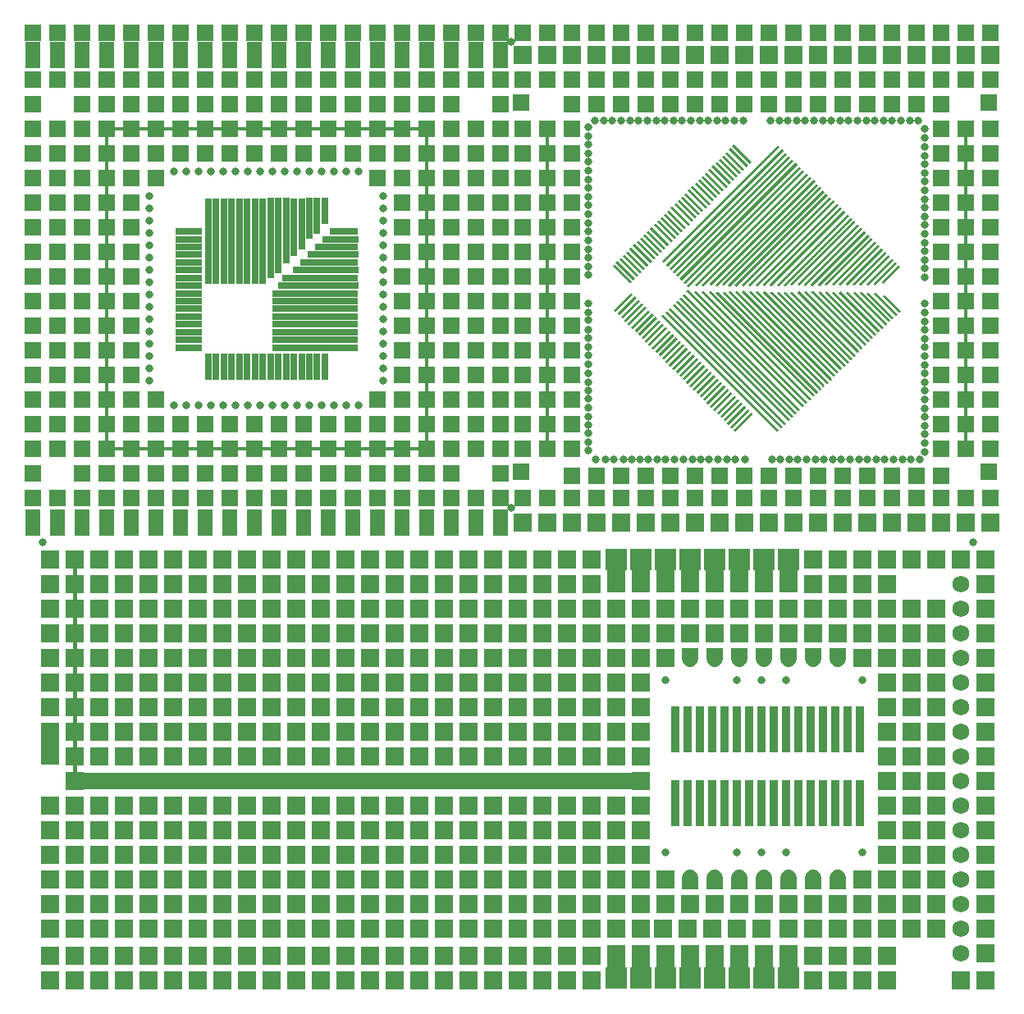
<source format=gts>
G04 ---------------------------- Layer name :TOP SOLDER LAYER*
G04 easyEDA 0.1*
G04 Scale: 100 percent, Rotated: No, Reflected: No *
G04 Dimensions in inches *
G04 leading zeros omitted , absolute positions ,2 integer and 4 * 
%FSLAX24Y24*%
%MOIN*%
G90*
G70D02*

%ADD11C,0.014000*%
%ADD12C,0.017842*%
%ADD13C,0.067842*%
%ADD14R,0.078000X0.078000*%
%ADD15R,0.067842X0.039496*%
%ADD16R,0.078079X0.078079*%
%ADD17R,2.370200X0.065086*%
%ADD18R,0.088000X0.088000*%
%ADD19R,0.078079X0.165480*%
%ADD20C,0.068000*%
%ADD22R,0.034000X0.188000*%
%ADD23R,0.026000X0.106000*%
%ADD24R,0.348000X0.026000*%
%ADD25R,0.026000X0.168000*%
%ADD26R,0.026000X0.208000*%
%ADD27R,0.026000X0.328000*%
%ADD28R,0.026000X0.308000*%
%ADD29R,0.238000X0.026000*%
%ADD30R,0.308000X0.026000*%
%ADD31R,0.148000X0.026000*%
%ADD32R,0.106000X0.026000*%
%ADD33R,0.026000X0.348000*%
%ADD34R,0.026000X0.238000*%
%ADD35R,0.026000X0.268000*%
%ADD36R,0.026000X0.148000*%
%ADD37R,0.208000X0.026000*%
%ADD38R,0.328000X0.026000*%
%ADD39R,0.268000X0.026000*%
%ADD40R,0.178000X0.026000*%
%ADD41R,0.118000X0.026000*%
%ADD42R,0.068000X0.068000*%
%ADD43R,0.063700X0.108300*%
%ADD74R,0.078079X0.106425*%
%ADD75C,0.032000*%
%ADD77C,0.032400*%

%LPD*%
G54D11*
G01X21200Y74300D02*
G01X21200Y61200D01*
G01X38200Y74300D02*
G01X38200Y61350D01*
G54D12*
G01X2000Y47800D02*
G01X2000Y56800D01*
G54D11*
G01X16300Y61300D02*
G01X16300Y74300D01*
G01X16300Y74300D02*
G01X3300Y74300D01*
G01X3300Y74300D02*
G01X3300Y61300D01*
G01X3300Y61300D02*
G01X16300Y61300D01*
G54D13*
G01X27000Y43851D02*
G01X27000Y43748D01*
G01X28000Y43851D02*
G01X28000Y43748D01*
G01X29000Y43851D02*
G01X29000Y43748D01*
G01X30000Y43851D02*
G01X30000Y43748D01*
G01X31000Y43851D02*
G01X31000Y43748D01*
G01X32000Y43851D02*
G01X32000Y43748D01*
G01X33000Y43851D02*
G01X33000Y43748D01*
G01X27000Y52748D02*
G01X27000Y52851D01*
G01X28000Y52748D02*
G01X28000Y52851D01*
G01X29000Y52748D02*
G01X29000Y52851D01*
G01X30000Y52748D02*
G01X30000Y52851D01*
G01X31000Y52748D02*
G01X31000Y52851D01*
G01X32000Y52748D02*
G01X32000Y52851D01*
G01X33000Y52748D02*
G01X33000Y52851D01*
G54D14*
G01X39200Y77300D03*
G01X38200Y77300D03*
G01X37200Y77300D03*
G01X36200Y77300D03*
G01X35200Y77300D03*
G01X34200Y77300D03*
G01X33200Y77300D03*
G01X32200Y77300D03*
G01X31200Y77300D03*
G01X30200Y77300D03*
G01X29200Y77300D03*
G01X28200Y77300D03*
G01X27200Y77300D03*
G01X26200Y77300D03*
G01X25200Y77300D03*
G01X24200Y77300D03*
G01X23200Y77300D03*
G01X22200Y77300D03*
G01X21200Y77300D03*
G01X20200Y77300D03*
G01X39200Y58300D03*
G01X38200Y58300D03*
G01X37200Y58300D03*
G01X36200Y58300D03*
G01X35200Y58300D03*
G01X34200Y58300D03*
G01X33200Y58300D03*
G01X32200Y58300D03*
G01X31200Y58300D03*
G01X30200Y58300D03*
G01X29200Y58300D03*
G01X28200Y58300D03*
G01X27200Y58300D03*
G01X26200Y58300D03*
G01X25200Y58300D03*
G01X24200Y58300D03*
G01X23200Y58300D03*
G01X22200Y58300D03*
G01X21200Y58300D03*
G01X20200Y58300D03*
G54D15*
G01X33000Y53000D03*
G01X32000Y53000D03*
G01X31000Y53000D03*
G01X30000Y53000D03*
G01X29000Y53000D03*
G01X28000Y53000D03*
G01X27000Y53000D03*
G01X27000Y43600D03*
G01X28000Y43600D03*
G01X29000Y43600D03*
G01X30000Y43600D03*
G01X31000Y43600D03*
G01X32000Y43600D03*
G01X33000Y43600D03*
G54D16*
G01X34000Y43800D03*
G54D14*
G01X20000Y51800D03*
G01X20000Y50800D03*
G01X19000Y51800D03*
G01X19000Y50800D03*
G01X18000Y51800D03*
G01X18000Y50800D03*
G01X17000Y51800D03*
G01X17000Y50800D03*
G01X16000Y51800D03*
G01X16000Y50800D03*
G01X15000Y51800D03*
G01X15000Y50800D03*
G01X14000Y51800D03*
G01X14000Y50800D03*
G01X13000Y51800D03*
G01X13000Y50800D03*
G01X12000Y51800D03*
G01X12000Y50800D03*
G01X11000Y51800D03*
G01X11000Y50800D03*
G01X10000Y51800D03*
G01X10000Y50800D03*
G01X9000Y51800D03*
G01X9000Y50800D03*
G01X8000Y51800D03*
G01X8000Y50800D03*
G01X7000Y51800D03*
G01X7000Y50800D03*
G01X6000Y51800D03*
G01X6000Y50800D03*
G01X5000Y51800D03*
G01X5000Y50800D03*
G01X4000Y51800D03*
G01X4000Y50800D03*
G01X3000Y51800D03*
G01X3000Y50800D03*
G01X2000Y51800D03*
G01X2000Y50800D03*
G01X1000Y51800D03*
G01X1000Y50800D03*
G01X20000Y44800D03*
G01X20000Y43800D03*
G01X19000Y44800D03*
G01X19000Y43800D03*
G01X18000Y44800D03*
G01X18000Y43800D03*
G01X17000Y44800D03*
G01X17000Y43800D03*
G01X16000Y44800D03*
G01X16000Y43800D03*
G01X15000Y44800D03*
G01X15000Y43800D03*
G01X14000Y44800D03*
G01X14000Y43800D03*
G01X13000Y44800D03*
G01X13000Y43800D03*
G01X12000Y44800D03*
G01X12000Y43800D03*
G01X11000Y44800D03*
G01X11000Y43800D03*
G01X10000Y44800D03*
G01X10000Y43800D03*
G01X9000Y44800D03*
G01X9000Y43800D03*
G01X8000Y44800D03*
G01X8000Y43800D03*
G01X7000Y44800D03*
G01X7000Y43800D03*
G01X6000Y44800D03*
G01X6000Y43800D03*
G01X5000Y44800D03*
G01X5000Y43800D03*
G01X4000Y44800D03*
G01X4000Y43800D03*
G01X3000Y44800D03*
G01X3000Y43800D03*
G01X2000Y44800D03*
G01X2000Y43800D03*
G01X1000Y44800D03*
G01X1000Y43800D03*
G54D16*
G01X1000Y45800D03*
G54D17*
G01X13500Y47800D03*
G54D16*
G01X1000Y46800D03*
G01X1000Y49800D03*
G01X2000Y49800D03*
G01X2000Y48800D03*
G01X3000Y49800D03*
G01X3000Y48800D03*
G01X4000Y49800D03*
G01X4000Y48800D03*
G01X5000Y49800D03*
G01X5000Y48800D03*
G01X6000Y49800D03*
G01X6000Y48800D03*
G01X7000Y49800D03*
G01X7000Y48800D03*
G01X8000Y49800D03*
G01X8000Y48800D03*
G01X9000Y49800D03*
G01X9000Y48800D03*
G01X10000Y49800D03*
G01X10000Y48800D03*
G01X11000Y49800D03*
G01X11000Y48800D03*
G01X12000Y49800D03*
G01X12000Y48800D03*
G01X13000Y49800D03*
G01X13000Y48800D03*
G01X14000Y49800D03*
G01X14000Y48800D03*
G01X15000Y49800D03*
G01X15000Y48800D03*
G01X16000Y49800D03*
G01X16000Y48800D03*
G01X17000Y49800D03*
G01X17000Y48800D03*
G01X18000Y49800D03*
G01X18000Y48800D03*
G01X2000Y46800D03*
G01X2000Y45800D03*
G01X3000Y46800D03*
G01X3000Y45800D03*
G01X4000Y46800D03*
G01X4000Y45800D03*
G01X5000Y46800D03*
G01X5000Y45800D03*
G01X6000Y46800D03*
G01X6000Y45800D03*
G01X7000Y46800D03*
G01X7000Y45800D03*
G01X8000Y46800D03*
G01X8000Y45800D03*
G01X9000Y46800D03*
G01X9000Y45800D03*
G01X10000Y46800D03*
G01X10000Y45800D03*
G01X11000Y46800D03*
G01X11000Y45800D03*
G01X12000Y46800D03*
G01X12000Y45800D03*
G01X13000Y46800D03*
G01X13000Y45800D03*
G01X14000Y46800D03*
G01X14000Y45800D03*
G01X15000Y46800D03*
G01X15000Y45800D03*
G01X16000Y46800D03*
G01X16000Y45800D03*
G01X17000Y46800D03*
G01X17000Y45800D03*
G01X18000Y46800D03*
G01X18000Y45800D03*
G01X19000Y46800D03*
G01X19000Y45800D03*
G01X19000Y49800D03*
G01X19000Y48800D03*
G01X20000Y49800D03*
G01X20000Y48800D03*
G01X21000Y50800D03*
G01X21000Y49800D03*
G01X22000Y50800D03*
G01X22000Y49800D03*
G01X23000Y50800D03*
G01X23000Y49800D03*
G01X24000Y50800D03*
G01X24000Y49800D03*
G01X20000Y52800D03*
G01X20000Y46800D03*
G01X20000Y45800D03*
G01X21000Y46800D03*
G01X21000Y45800D03*
G01X22000Y46800D03*
G01X22000Y45800D03*
G01X23000Y46800D03*
G01X23000Y45800D03*
G01X24000Y46800D03*
G01X24000Y45800D03*
G01X1000Y41800D03*
G01X1000Y42800D03*
G01X2000Y42800D03*
G01X2000Y41800D03*
G01X3000Y42800D03*
G01X3000Y41800D03*
G01X4000Y42800D03*
G01X4000Y41800D03*
G01X5000Y42800D03*
G01X5000Y41800D03*
G01X6000Y42800D03*
G01X6000Y41800D03*
G01X7000Y42800D03*
G01X7000Y41800D03*
G01X8000Y42800D03*
G01X8000Y41800D03*
G01X9000Y42800D03*
G01X9000Y41800D03*
G01X10000Y42800D03*
G01X10000Y41800D03*
G01X11000Y42800D03*
G01X11000Y41800D03*
G01X12000Y42800D03*
G01X12000Y41800D03*
G01X13000Y42800D03*
G01X13000Y41800D03*
G01X14000Y42800D03*
G01X14000Y41800D03*
G01X15000Y42800D03*
G01X15000Y41800D03*
G01X16000Y42800D03*
G01X16000Y41800D03*
G01X17000Y42800D03*
G01X17000Y41800D03*
G01X18000Y42800D03*
G01X18000Y41800D03*
G01X19000Y42800D03*
G01X19000Y41800D03*
G01X20000Y42800D03*
G01X20000Y41800D03*
G01X21000Y42800D03*
G01X21000Y41800D03*
G01X22000Y42800D03*
G01X22000Y41800D03*
G01X23000Y42800D03*
G01X23000Y41800D03*
G01X24000Y42800D03*
G01X24000Y41800D03*
G01X25000Y42800D03*
G01X25000Y41800D03*
G01X1000Y40700D03*
G01X2000Y39700D03*
G01X3000Y40700D03*
G01X3000Y39700D03*
G01X4000Y40700D03*
G01X4000Y39700D03*
G01X5000Y40700D03*
G01X5000Y39700D03*
G01X6000Y40700D03*
G01X6000Y39700D03*
G01X7000Y40700D03*
G01X7000Y39700D03*
G01X8000Y40700D03*
G01X8000Y39700D03*
G01X9000Y40700D03*
G01X9000Y39700D03*
G01X10000Y40700D03*
G01X10000Y39700D03*
G01X11000Y40700D03*
G01X11000Y39700D03*
G01X12000Y40700D03*
G01X12000Y39700D03*
G01X13000Y40700D03*
G01X13000Y39700D03*
G01X14000Y40700D03*
G01X14000Y39700D03*
G01X15000Y40700D03*
G01X15000Y39700D03*
G01X16000Y40700D03*
G01X16000Y39700D03*
G01X17000Y40700D03*
G01X17000Y39700D03*
G01X18000Y40700D03*
G01X18000Y39700D03*
G01X19000Y40700D03*
G01X19000Y39700D03*
G01X20000Y40700D03*
G01X20000Y39700D03*
G01X21000Y40700D03*
G01X21000Y39700D03*
G01X22000Y40700D03*
G01X22000Y39700D03*
G01X23000Y40700D03*
G01X23000Y39700D03*
G01X1000Y55800D03*
G01X2000Y56800D03*
G01X3000Y56800D03*
G01X3000Y55800D03*
G01X4000Y56800D03*
G01X4000Y55800D03*
G01X5000Y56800D03*
G01X5000Y55800D03*
G01X6000Y56800D03*
G01X6000Y55800D03*
G01X7000Y56800D03*
G01X7000Y55800D03*
G01X8000Y56800D03*
G01X8000Y55800D03*
G01X9000Y56800D03*
G01X9000Y55800D03*
G01X10000Y56800D03*
G01X10000Y55800D03*
G01X11000Y56800D03*
G01X11000Y55800D03*
G01X12000Y56800D03*
G01X12000Y55800D03*
G01X13000Y56800D03*
G01X13000Y55800D03*
G01X14000Y56800D03*
G01X14000Y55800D03*
G01X15000Y56800D03*
G01X15000Y55800D03*
G01X16000Y56800D03*
G01X16000Y55800D03*
G01X17000Y56800D03*
G01X17000Y55800D03*
G01X18000Y56800D03*
G01X18000Y55800D03*
G01X19000Y56800D03*
G01X19000Y55800D03*
G01X20000Y56800D03*
G01X20000Y55800D03*
G01X21000Y56800D03*
G01X21000Y55800D03*
G01X22000Y56800D03*
G01X22000Y55800D03*
G01X23000Y56800D03*
G01X23000Y55800D03*
G01X24000Y56800D03*
G01X25000Y56800D03*
G01X1000Y53800D03*
G01X1000Y54800D03*
G01X2000Y54800D03*
G01X2000Y53800D03*
G01X3000Y54800D03*
G01X3000Y53800D03*
G01X4000Y54800D03*
G01X4000Y53800D03*
G01X5000Y54800D03*
G01X5000Y53800D03*
G01X6000Y54800D03*
G01X6000Y53800D03*
G01X7000Y54800D03*
G01X7000Y53800D03*
G01X8000Y54800D03*
G01X8000Y53800D03*
G01X9000Y54800D03*
G01X9000Y53800D03*
G01X10000Y54800D03*
G01X10000Y53800D03*
G01X11000Y54800D03*
G01X11000Y53800D03*
G01X12000Y54800D03*
G01X12000Y53800D03*
G01X13000Y54800D03*
G01X13000Y53800D03*
G01X14000Y54800D03*
G01X14000Y53800D03*
G01X15000Y54800D03*
G01X15000Y53800D03*
G01X16000Y54800D03*
G01X16000Y53800D03*
G01X17000Y54800D03*
G01X17000Y53800D03*
G01X18000Y54800D03*
G01X18000Y53800D03*
G01X19000Y54800D03*
G01X19000Y53800D03*
G01X20000Y54800D03*
G01X20000Y53800D03*
G01X21000Y54800D03*
G01X21000Y53800D03*
G01X22000Y54800D03*
G01X22000Y53800D03*
G01X23000Y54800D03*
G01X23000Y53800D03*
G01X24000Y54800D03*
G01X24000Y53800D03*
G01X25000Y54800D03*
G01X25000Y53800D03*
G01X21000Y52800D03*
G01X21000Y51800D03*
G01X22000Y52800D03*
G01X22000Y51800D03*
G01X23000Y52800D03*
G01X23000Y51800D03*
G01X24000Y52800D03*
G01X24000Y51800D03*
G01X21000Y44800D03*
G01X21000Y43800D03*
G01X22000Y44800D03*
G01X22000Y43800D03*
G01X23000Y44800D03*
G01X23000Y43800D03*
G01X24000Y44800D03*
G01X24000Y43800D03*
G01X25900Y41800D03*
G01X26900Y41800D03*
G01X27900Y41800D03*
G01X28900Y41800D03*
G01X36000Y48800D03*
G01X29900Y41800D03*
G01X31000Y41800D03*
G01X32000Y41800D03*
G01X33000Y41800D03*
G01X37000Y48800D03*
G01X32000Y40700D03*
G01X32000Y39700D03*
G01X33000Y40700D03*
G01X33000Y39700D03*
G01X34000Y41800D03*
G01X35000Y41800D03*
G01X36000Y41800D03*
G01X37000Y41800D03*
G01X34000Y40700D03*
G01X34000Y39700D03*
G01X35000Y40700D03*
G01X35000Y39700D03*
G01X39000Y40800D03*
G54D18*
G01X24000Y56800D03*
G01X25000Y56800D03*
G01X26000Y56800D03*
G01X27000Y56800D03*
G01X28000Y56800D03*
G01X29000Y56800D03*
G01X30000Y56800D03*
G01X31000Y56800D03*
G01X24000Y39800D03*
G01X25000Y39800D03*
G01X26000Y39800D03*
G01X27000Y39800D03*
G01X28000Y39800D03*
G01X29000Y39800D03*
G01X30000Y39800D03*
G01X31000Y39800D03*
G54D16*
G01X1000Y52800D03*
G01X2000Y52800D03*
G01X3000Y52800D03*
G01X4000Y52800D03*
G01X5000Y52800D03*
G01X6000Y52800D03*
G01X7000Y52800D03*
G01X8000Y52800D03*
G01X9000Y52800D03*
G01X10000Y52800D03*
G01X11000Y52800D03*
G01X12000Y52800D03*
G01X13000Y52800D03*
G01X14000Y52800D03*
G01X15000Y52800D03*
G01X16000Y52800D03*
G01X17000Y52800D03*
G01X18000Y52800D03*
G01X19000Y52800D03*
G01X21000Y48800D03*
G01X22000Y48800D03*
G01X23000Y48800D03*
G01X24000Y48800D03*
G01X35000Y53800D03*
G01X38000Y39700D03*
G01X36000Y43800D03*
G01X36000Y42800D03*
G01X37000Y43800D03*
G01X37000Y42800D03*
G01X26000Y54800D03*
G01X27000Y54800D03*
G01X28000Y54800D03*
G01X29000Y54800D03*
G01X30000Y54800D03*
G01X32000Y55800D03*
G01X33000Y55800D03*
G01X34000Y55800D03*
G01X35000Y55800D03*
G01X31000Y54800D03*
G01X32000Y54800D03*
G01X33000Y54800D03*
G01X34000Y54800D03*
G01X35000Y54800D03*
G01X39000Y55800D03*
G01X37000Y53800D03*
G01X36000Y54800D03*
G01X37000Y54800D03*
G01X39000Y54800D03*
G01X36000Y53800D03*
G01X36000Y52800D03*
G01X37000Y52800D03*
G01X37000Y50800D03*
G01X36000Y51800D03*
G01X37000Y51800D03*
G01X36000Y50800D03*
G01X36000Y47800D03*
G01X37000Y47800D03*
G01X37000Y45800D03*
G01X36000Y46800D03*
G01X37000Y46800D03*
G01X36000Y45800D03*
G01X36000Y49800D03*
G01X37000Y49800D03*
G01X36000Y44800D03*
G01X37000Y44800D03*
G01X35000Y42800D03*
G01X32000Y56800D03*
G01X33000Y56800D03*
G01X34000Y56800D03*
G01X35000Y56800D03*
G01X38000Y56800D03*
G01X2000Y40700D03*
G01X2000Y55800D03*
G01X36000Y56800D03*
G01X37000Y56800D03*
G01X1000Y39700D03*
G01X1000Y56800D03*
G54D19*
G01X1000Y49300D03*
G54D16*
G01X39000Y48800D03*
G01X39000Y41800D03*
G01X39000Y43800D03*
G01X39000Y42800D03*
G01X39000Y51800D03*
G01X39000Y50800D03*
G01X39000Y47800D03*
G01X39000Y46800D03*
G01X39000Y45800D03*
G01X39000Y49800D03*
G01X39000Y44800D03*
G01X39000Y53800D03*
G01X39000Y52800D03*
G54D20*
G01X38007Y40800D03*
G01X38007Y41800D03*
G01X38007Y42800D03*
G01X38007Y43800D03*
G01X38007Y44800D03*
G01X38007Y45800D03*
G01X38007Y46800D03*
G01X38007Y47800D03*
G01X38007Y48800D03*
G01X38007Y49800D03*
G01X38007Y50800D03*
G01X38007Y51800D03*
G01X38007Y52800D03*
G01X38007Y53800D03*
G01X38007Y54800D03*
G01X38007Y55800D03*
G54D22*
G01X33900Y49900D03*
G01X33400Y49900D03*
G01X32900Y49900D03*
G01X32400Y49900D03*
G01X31900Y49900D03*
G01X31400Y49900D03*
G01X30900Y49900D03*
G01X30400Y49900D03*
G01X29900Y49900D03*
G01X29400Y49900D03*
G01X28900Y49900D03*
G01X28400Y49900D03*
G01X27900Y49900D03*
G01X27400Y49900D03*
G01X26900Y49900D03*
G01X26400Y49900D03*
G01X33900Y46900D03*
G01X33400Y46900D03*
G01X32900Y46900D03*
G01X32400Y46900D03*
G01X31900Y46900D03*
G01X31400Y46900D03*
G01X30900Y46900D03*
G01X30400Y46900D03*
G01X29900Y46900D03*
G01X29400Y46900D03*
G01X28900Y46900D03*
G01X28400Y46900D03*
G01X27900Y46900D03*
G01X27400Y46900D03*
G01X26900Y46900D03*
G01X26400Y46900D03*
G54D23*
G01X12160Y64619D03*
G54D24*
G01X11769Y65400D03*
G54D23*
G01X11850Y64619D03*
G54D25*
G01X11539Y70650D03*
G54D26*
G01X11219Y70440D03*
G54D27*
G01X9960Y69850D03*
G54D28*
G01X10269Y69959D03*
G54D29*
G01X12350Y68869D03*
G54D23*
G01X11530Y64619D03*
G01X9639Y64619D03*
G54D24*
G01X11769Y66030D03*
G01X11769Y65719D03*
G54D30*
G01X11980Y68240D03*
G54D23*
G01X9009Y64619D03*
G01X8380Y64619D03*
G54D31*
G01X12800Y69809D03*
G54D23*
G01X7440Y64619D03*
G54D32*
G01X6650Y66350D03*
G01X6650Y67609D03*
G01X6650Y67919D03*
G01X6650Y68240D03*
G01X6650Y68550D03*
G54D33*
G01X9009Y69730D03*
G01X9330Y69730D03*
G01X9639Y69730D03*
G54D24*
G01X11769Y67609D03*
G01X11769Y67290D03*
G01X11769Y66350D03*
G54D23*
G01X11219Y64619D03*
G01X10900Y64619D03*
G01X10589Y64619D03*
G01X10269Y64619D03*
G01X8700Y64619D03*
G54D34*
G01X10910Y70300D03*
G54D35*
G01X10600Y70159D03*
G54D32*
G01X6650Y69180D03*
G01X6650Y66030D03*
G54D24*
G01X11769Y66659D03*
G54D32*
G01X6650Y65400D03*
G01X6650Y69500D03*
G01X6650Y69809D03*
G01X6650Y70130D03*
G54D33*
G01X7440Y69730D03*
G01X7750Y69730D03*
G01X8069Y69730D03*
G01X8380Y69730D03*
G01X8700Y69730D03*
G54D23*
G01X12160Y70950D03*
G54D36*
G01X11850Y70750D03*
G54D23*
G01X7750Y64619D03*
G01X8069Y64619D03*
G54D32*
G01X6650Y68869D03*
G54D24*
G01X11769Y66980D03*
G54D32*
G01X6650Y65719D03*
G01X6650Y66659D03*
G01X6650Y66980D03*
G01X6650Y67290D03*
G54D37*
G01X12489Y69180D03*
G54D23*
G01X9960Y64619D03*
G01X9330Y64619D03*
G54D38*
G01X11889Y67919D03*
G54D39*
G01X12200Y68550D03*
G54D40*
G01X12650Y69490D03*
G54D41*
G01X12950Y70130D03*
G54D42*
G01X14300Y59300D03*
G01X14300Y60300D03*
G01X14300Y61300D03*
G01X14300Y62300D03*
G01X15300Y59300D03*
G01X15300Y60300D03*
G01X15300Y61300D03*
G01X15300Y62300D03*
G01X16300Y59300D03*
G01X16300Y60300D03*
G01X16300Y61300D03*
G01X16300Y62300D03*
G01X17300Y59300D03*
G01X17300Y60300D03*
G01X17300Y61300D03*
G01X17300Y62300D03*
G01X18300Y59300D03*
G01X18300Y61300D03*
G01X18300Y62300D03*
G01X13300Y59300D03*
G01X13300Y60300D03*
G01X13300Y61300D03*
G01X13300Y62300D03*
G01X15300Y63300D03*
G01X16300Y63300D03*
G01X17300Y63300D03*
G01X18300Y63300D03*
G01X15300Y64300D03*
G01X16300Y64300D03*
G01X17300Y64300D03*
G01X18300Y64300D03*
G01X15300Y65300D03*
G01X15300Y66300D03*
G01X15300Y67300D03*
G01X15300Y68300D03*
G01X16300Y65300D03*
G01X16300Y66300D03*
G01X16300Y67300D03*
G01X16300Y68300D03*
G01X17300Y65300D03*
G01X17300Y66300D03*
G01X17300Y67300D03*
G01X17300Y68300D03*
G01X18300Y65300D03*
G01X18300Y66300D03*
G01X18300Y67300D03*
G01X18300Y68300D03*
G01X15300Y69300D03*
G01X16300Y69300D03*
G01X17300Y69300D03*
G01X18300Y69300D03*
G01X15300Y70300D03*
G01X16300Y70300D03*
G01X17300Y70300D03*
G01X18300Y70300D03*
G01X14300Y73300D03*
G01X14300Y74300D03*
G01X15300Y71300D03*
G01X15300Y72300D03*
G01X15300Y73300D03*
G01X15300Y74300D03*
G01X16300Y71300D03*
G01X16300Y72300D03*
G01X16300Y73300D03*
G01X16300Y74300D03*
G01X17300Y71300D03*
G01X17300Y72300D03*
G01X17300Y73300D03*
G01X17300Y74300D03*
G01X18300Y71300D03*
G01X18300Y72300D03*
G01X18300Y73300D03*
G01X18300Y74300D03*
G01X13300Y73300D03*
G01X13300Y74300D03*
G01X14300Y75300D03*
G01X15300Y75300D03*
G01X16300Y75300D03*
G01X17300Y75300D03*
G01X13300Y75300D03*
G01X14300Y76300D03*
G01X15300Y76300D03*
G01X16300Y76300D03*
G01X17300Y76300D03*
G01X18300Y76300D03*
G01X13300Y76300D03*
G01X8300Y59300D03*
G01X8300Y60300D03*
G01X8300Y61300D03*
G01X8300Y62300D03*
G01X9300Y59300D03*
G01X9300Y60300D03*
G01X9300Y61300D03*
G01X9300Y62300D03*
G01X10300Y59300D03*
G01X10300Y60300D03*
G01X10300Y61300D03*
G01X10300Y62300D03*
G01X11300Y59300D03*
G01X11300Y60300D03*
G01X11300Y61300D03*
G01X11300Y62300D03*
G01X12300Y59300D03*
G01X12300Y60300D03*
G01X12300Y61300D03*
G01X12300Y62300D03*
G01X7300Y59300D03*
G01X7300Y60300D03*
G01X7300Y61300D03*
G01X7300Y62300D03*
G01X8300Y73300D03*
G01X8300Y74300D03*
G01X9300Y73300D03*
G01X9300Y74300D03*
G01X10300Y73300D03*
G01X10300Y74300D03*
G01X11300Y73300D03*
G01X11300Y74300D03*
G01X12300Y73300D03*
G01X12300Y74300D03*
G01X7300Y73300D03*
G01X7300Y74300D03*
G01X8300Y75300D03*
G01X9300Y75300D03*
G01X10300Y75300D03*
G01X11300Y75300D03*
G01X12300Y75300D03*
G01X7300Y75300D03*
G01X8300Y76300D03*
G01X9300Y76300D03*
G01X10300Y76300D03*
G01X11300Y76300D03*
G01X12300Y76300D03*
G01X7300Y76300D03*
G01X2300Y59300D03*
G01X2300Y60300D03*
G01X2300Y61300D03*
G01X2300Y62300D03*
G01X3300Y59300D03*
G01X3300Y60300D03*
G01X3300Y61300D03*
G01X3300Y62300D03*
G01X4300Y59300D03*
G01X4300Y60300D03*
G01X4300Y61300D03*
G01X4300Y62300D03*
G01X5300Y59300D03*
G01X5300Y60300D03*
G01X5300Y61300D03*
G01X5300Y62300D03*
G01X6300Y59300D03*
G01X6300Y60300D03*
G01X6300Y61300D03*
G01X6300Y62300D03*
G01X1300Y59300D03*
G01X1300Y61300D03*
G01X1300Y62300D03*
G01X2300Y63300D03*
G01X3300Y63300D03*
G01X4300Y63300D03*
G01X1300Y63300D03*
G01X2300Y64300D03*
G01X3300Y64300D03*
G01X4300Y64300D03*
G01X1300Y64300D03*
G01X2300Y65300D03*
G01X2300Y66300D03*
G01X2300Y67300D03*
G01X2300Y68300D03*
G01X3300Y65300D03*
G01X3300Y66300D03*
G01X3300Y67300D03*
G01X3300Y68300D03*
G01X4300Y65300D03*
G01X4300Y66300D03*
G01X4300Y67300D03*
G01X4300Y68300D03*
G01X1300Y65300D03*
G01X1300Y66300D03*
G01X1300Y67300D03*
G01X1300Y68300D03*
G01X2300Y69300D03*
G01X3300Y69300D03*
G01X4300Y69300D03*
G01X1300Y69300D03*
G01X2300Y70300D03*
G01X3300Y70300D03*
G01X4300Y70300D03*
G01X1300Y70300D03*
G01X2300Y71300D03*
G01X2300Y72300D03*
G01X2300Y73300D03*
G01X2300Y74300D03*
G01X3300Y71300D03*
G01X3300Y72300D03*
G01X3300Y73300D03*
G01X3300Y74300D03*
G01X4300Y71300D03*
G01X4300Y72300D03*
G01X4300Y73300D03*
G01X4300Y74300D03*
G01X5300Y73300D03*
G01X5300Y74300D03*
G01X6300Y73300D03*
G01X6300Y74300D03*
G01X1300Y71300D03*
G01X1300Y72300D03*
G01X1300Y73300D03*
G01X1300Y74300D03*
G01X2300Y75300D03*
G01X3300Y75300D03*
G01X4300Y75300D03*
G01X5300Y75300D03*
G01X6300Y75300D03*
G01X2300Y76300D03*
G01X3300Y76300D03*
G01X4300Y76300D03*
G01X5300Y76300D03*
G01X6300Y76300D03*
G01X1300Y76300D03*
G01X5300Y72300D03*
G01X5300Y63300D03*
G01X14300Y63300D03*
G01X14300Y72300D03*
G01X300Y59300D03*
G01X300Y60300D03*
G01X300Y61300D03*
G01X300Y62300D03*
G01X300Y63300D03*
G01X300Y64300D03*
G01X300Y65300D03*
G01X300Y66300D03*
G01X300Y67300D03*
G01X300Y68300D03*
G01X300Y69300D03*
G01X300Y70300D03*
G01X300Y71300D03*
G01X300Y72300D03*
G01X300Y73300D03*
G01X300Y74300D03*
G01X300Y75300D03*
G01X300Y76300D03*
G01X19300Y59300D03*
G01X19300Y60300D03*
G01X19300Y61300D03*
G01X19300Y62300D03*
G01X19300Y63300D03*
G01X19300Y64300D03*
G01X19300Y65300D03*
G01X19300Y66300D03*
G01X19300Y67300D03*
G01X19300Y68300D03*
G01X19300Y69300D03*
G01X19300Y70300D03*
G01X19300Y71300D03*
G01X19300Y72300D03*
G01X19300Y73300D03*
G01X19300Y74300D03*
G01X19300Y75300D03*
G01X19300Y76300D03*
G54D43*
G01X19300Y77300D03*
G01X18300Y77300D03*
G01X17300Y77300D03*
G01X16300Y77300D03*
G01X15300Y77300D03*
G01X14300Y77300D03*
G01X13300Y77300D03*
G01X12300Y77300D03*
G01X11300Y77300D03*
G01X10300Y77300D03*
G01X9300Y77300D03*
G01X8300Y77300D03*
G01X7300Y77300D03*
G01X6300Y77300D03*
G01X5300Y77300D03*
G01X4300Y77300D03*
G01X3300Y77300D03*
G01X2300Y77300D03*
G01X1300Y77300D03*
G01X300Y77300D03*
G01X19300Y58300D03*
G01X18300Y58300D03*
G01X17300Y58300D03*
G01X16300Y58300D03*
G01X15300Y58300D03*
G01X14300Y58300D03*
G01X13300Y58300D03*
G01X12300Y58300D03*
G01X11300Y58300D03*
G01X10300Y58300D03*
G01X9300Y58300D03*
G01X8300Y58300D03*
G01X7300Y58300D03*
G01X6300Y58300D03*
G01X5300Y58300D03*
G01X4300Y58300D03*
G01X3300Y58300D03*
G01X2300Y58300D03*
G01X1300Y58300D03*
G01X300Y58300D03*
G54D42*
G01X14300Y78200D03*
G01X15300Y78200D03*
G01X16300Y78200D03*
G01X17300Y78200D03*
G01X18300Y78200D03*
G01X13300Y78200D03*
G01X8300Y78200D03*
G01X9300Y78200D03*
G01X10300Y78200D03*
G01X11300Y78200D03*
G01X12300Y78200D03*
G01X7300Y78200D03*
G01X2300Y78200D03*
G01X3300Y78200D03*
G01X4300Y78200D03*
G01X5300Y78200D03*
G01X6300Y78200D03*
G01X1300Y78200D03*
G01X300Y78200D03*
G01X19300Y78200D03*
G01X20200Y76300D03*
G01X21200Y76300D03*
G01X22200Y76300D03*
G01X23200Y76300D03*
G01X24200Y76300D03*
G01X25200Y76300D03*
G01X26200Y76300D03*
G01X27200Y76300D03*
G01X28200Y76300D03*
G01X29200Y76300D03*
G01X30200Y76300D03*
G01X31200Y76300D03*
G01X32200Y76300D03*
G01X33200Y76300D03*
G01X34200Y76300D03*
G01X35200Y76300D03*
G01X36200Y76300D03*
G01X37200Y76300D03*
G01X38200Y76300D03*
G01X39200Y76300D03*
G01X22200Y75300D03*
G01X23200Y75300D03*
G01X24200Y75300D03*
G01X25200Y75300D03*
G01X26200Y75300D03*
G01X27200Y75300D03*
G01X28200Y75300D03*
G01X29200Y75300D03*
G01X30200Y75300D03*
G01X31200Y75300D03*
G01X32200Y75300D03*
G01X33200Y75300D03*
G01X34200Y75300D03*
G01X35200Y75300D03*
G01X36200Y75300D03*
G01X37200Y75300D03*
G01X20200Y74300D03*
G01X21200Y74300D03*
G01X37200Y74300D03*
G01X38200Y74300D03*
G01X39200Y74300D03*
G01X20200Y73300D03*
G01X21200Y73300D03*
G01X37200Y73300D03*
G01X38200Y73300D03*
G01X39200Y73300D03*
G01X20200Y72300D03*
G01X21200Y72300D03*
G01X37200Y72300D03*
G01X38200Y72300D03*
G01X39200Y72300D03*
G01X20200Y71300D03*
G01X21200Y71300D03*
G01X37200Y71300D03*
G01X38200Y71300D03*
G01X39200Y71300D03*
G01X20200Y70300D03*
G01X21200Y70300D03*
G01X37200Y70300D03*
G01X38200Y70300D03*
G01X39200Y70300D03*
G01X20200Y69300D03*
G01X21200Y69300D03*
G01X37200Y69300D03*
G01X38200Y69300D03*
G01X39200Y69300D03*
G01X20200Y68300D03*
G01X21200Y68300D03*
G01X37200Y68300D03*
G01X38200Y68300D03*
G01X39200Y68300D03*
G01X20200Y67300D03*
G01X21200Y67300D03*
G01X37200Y67300D03*
G01X38200Y67300D03*
G01X39200Y67300D03*
G01X20200Y66300D03*
G01X21200Y66300D03*
G01X37200Y66300D03*
G01X38200Y66300D03*
G01X39200Y66300D03*
G01X20200Y65300D03*
G01X21200Y65300D03*
G01X37200Y65300D03*
G01X38200Y65300D03*
G01X39200Y65300D03*
G01X20200Y64300D03*
G01X21200Y64300D03*
G01X37200Y64300D03*
G01X38200Y64300D03*
G01X39200Y64300D03*
G01X20200Y63300D03*
G01X21200Y63300D03*
G01X37200Y63300D03*
G01X38200Y63300D03*
G01X39200Y63300D03*
G01X20200Y62300D03*
G01X21200Y62300D03*
G01X37200Y62300D03*
G01X38200Y62300D03*
G01X39200Y62300D03*
G01X20200Y61300D03*
G01X21200Y61300D03*
G01X37200Y61300D03*
G01X38200Y61300D03*
G01X39200Y61300D03*
G01X22200Y59300D03*
G01X23200Y60200D03*
G01X24200Y60200D03*
G01X25200Y60200D03*
G01X26200Y60200D03*
G01X27200Y60200D03*
G01X28200Y60200D03*
G01X29200Y60200D03*
G01X30200Y60200D03*
G01X31200Y60200D03*
G01X32200Y60200D03*
G01X33200Y60200D03*
G01X34200Y60200D03*
G01X35200Y60200D03*
G01X36200Y60200D03*
G01X37200Y60200D03*
G01X20200Y59300D03*
G01X21200Y59300D03*
G01X22200Y60200D03*
G01X23200Y59300D03*
G01X24200Y59300D03*
G01X25200Y59300D03*
G01X26200Y59300D03*
G01X27200Y59300D03*
G01X28200Y59300D03*
G01X29200Y59300D03*
G01X30200Y59300D03*
G01X31200Y59300D03*
G01X32200Y59300D03*
G01X33200Y59300D03*
G01X34200Y59300D03*
G01X35200Y59300D03*
G01X36200Y59300D03*
G01X37200Y59300D03*
G01X38200Y59300D03*
G01X39200Y59300D03*
G01X22200Y74300D03*
G01X22200Y73300D03*
G01X22200Y72300D03*
G01X22200Y71300D03*
G01X22200Y70300D03*
G01X22200Y69300D03*
G01X22200Y68300D03*
G01X22200Y67300D03*
G01X22200Y66300D03*
G01X22200Y65300D03*
G01X22200Y64300D03*
G01X22200Y63300D03*
G01X22200Y62300D03*
G01X22200Y61300D03*
G01X20152Y60350D03*
G36*
G01X28836Y67650D02*
G01X28906Y67721D01*
G01X32626Y64001D01*
G01X32555Y63931D01*
G01X28836Y67650D01*
G37*
G36*
G01X29960Y67643D02*
G01X30031Y67714D01*
G01X33184Y64560D01*
G01X33114Y64489D01*
G01X29960Y67643D01*
G37*
G36*
G01X30243Y67629D02*
G01X30314Y67700D01*
G01X33326Y64687D01*
G01X33255Y64617D01*
G01X30243Y67629D01*
G37*
G36*
G01X31077Y67629D02*
G01X31148Y67700D01*
G01X33736Y65111D01*
G01X33665Y65041D01*
G01X31077Y67629D01*
G37*
G36*
G01X31427Y72773D02*
G01X31498Y72702D01*
G01X26796Y68000D01*
G01X26725Y68071D01*
G01X31427Y72773D01*
G37*
G36*
G01X30526Y67629D02*
G01X30596Y67700D01*
G01X33467Y64829D01*
G01X33397Y64758D01*
G01X30526Y67629D01*
G37*
G36*
G01X30589Y67890D02*
G01X30519Y67961D01*
G01X33389Y70832D01*
G01X33460Y70761D01*
G01X30589Y67890D01*
G37*
G36*
G01X30579Y73621D02*
G01X30649Y73551D01*
G01X25947Y68848D01*
G01X25876Y68919D01*
G01X30579Y73621D01*
G37*
G36*
G01X30720Y73480D02*
G01X30791Y73409D01*
G01X26089Y68707D01*
G01X26018Y68778D01*
G01X30720Y73480D01*
G37*
G36*
G01X30861Y73339D02*
G01X30932Y73268D01*
G01X26230Y68566D01*
G01X26159Y68636D01*
G01X30861Y73339D01*
G37*
G36*
G01X31003Y73197D02*
G01X31074Y73127D01*
G01X26371Y68424D01*
G01X26301Y68495D01*
G01X31003Y73197D01*
G37*
G36*
G01X31286Y72914D02*
G01X31356Y72844D01*
G01X26654Y68141D01*
G01X26584Y68212D01*
G01X31286Y72914D01*
G37*
G36*
G01X31862Y72359D02*
G01X31933Y72289D01*
G01X27549Y67905D01*
G01X27478Y67975D01*
G01X31862Y72359D01*
G37*
G36*
G01X32025Y72225D02*
G01X32095Y72154D01*
G01X27853Y67912D01*
G01X27782Y67982D01*
G01X32025Y72225D01*
G37*
G36*
G01X32127Y72073D02*
G01X32198Y72002D01*
G01X28090Y67894D01*
G01X28019Y67965D01*
G01X32127Y72073D01*
G37*
G36*
G01X28040Y67639D02*
G01X28111Y67710D01*
G01X32219Y63602D01*
G01X32148Y63531D01*
G01X28040Y67639D01*
G37*
G36*
G01X27761Y67664D02*
G01X27832Y67735D01*
G01X32074Y63492D01*
G01X32003Y63421D01*
G01X27761Y67664D01*
G37*
G36*
G01X27478Y67650D02*
G01X27549Y67721D01*
G01X31933Y63337D01*
G01X31862Y63266D01*
G01X27478Y67650D01*
G37*
G36*
G01X27174Y67657D02*
G01X27245Y67728D01*
G01X31770Y63202D01*
G01X31700Y63132D01*
G01X27174Y67657D01*
G37*
G36*
G01X26852Y67682D02*
G01X26923Y67753D01*
G01X31625Y63050D01*
G01X31555Y62980D01*
G01X26852Y67682D01*
G37*
G36*
G01X26711Y67540D02*
G01X26781Y67611D01*
G01X31484Y62909D01*
G01X31413Y62838D01*
G01X26711Y67540D01*
G37*
G36*
G01X26569Y67399D02*
G01X26640Y67470D01*
G01X31342Y62767D01*
G01X31272Y62697D01*
G01X26569Y67399D01*
G37*
G36*
G01X26428Y67258D02*
G01X26499Y67328D01*
G01X31201Y62626D01*
G01X31130Y62555D01*
G01X26428Y67258D01*
G37*
G36*
G01X26287Y67116D02*
G01X26357Y67187D01*
G01X31060Y62484D01*
G01X30989Y62414D01*
G01X26287Y67116D01*
G37*
G36*
G01X26145Y66975D02*
G01X26216Y67045D01*
G01X30918Y62343D01*
G01X30847Y62272D01*
G01X26145Y66975D01*
G37*
G36*
G01X25841Y66685D02*
G01X25912Y66756D01*
G01X30614Y62053D01*
G01X30543Y61982D01*
G01X25841Y66685D01*
G37*
G36*
G01X31728Y72494D02*
G01X31798Y72423D01*
G01X27273Y67897D01*
G01X27202Y67968D01*
G01X31728Y72494D01*
G37*
G36*
G01X31569Y72632D02*
G01X31639Y72561D01*
G01X26937Y67859D01*
G01X26866Y67929D01*
G01X31569Y72632D01*
G37*
G36*
G01X28319Y67629D02*
G01X28390Y67700D01*
G01X32350Y63740D01*
G01X32279Y63669D01*
G01X28319Y67629D01*
G37*
G36*
G01X30801Y67622D02*
G01X30872Y67692D01*
G01X33602Y64963D01*
G01X33531Y64892D01*
G01X30801Y67622D01*
G37*
G36*
G01X31360Y67643D02*
G01X31431Y67714D01*
G01X33877Y65267D01*
G01X33807Y65196D01*
G01X31360Y67643D01*
G37*
G36*
G01X31622Y67650D02*
G01X31692Y67721D01*
G01X34012Y65401D01*
G01X33941Y65331D01*
G01X31622Y67650D01*
G37*
G36*
G01X31692Y67905D02*
G01X31622Y67975D01*
G01X33941Y70294D01*
G01X34012Y70224D01*
G01X31692Y67905D01*
G37*
G36*
G01X31431Y67912D02*
G01X31360Y67982D01*
G01X33807Y70429D01*
G01X33877Y70358D01*
G01X31431Y67912D01*
G37*
G36*
G01X31148Y67912D02*
G01X31077Y67982D01*
G01X33665Y70570D01*
G01X33736Y70500D01*
G01X31148Y67912D01*
G37*
G36*
G01X30872Y67905D02*
G01X30801Y67975D01*
G01X33531Y70705D01*
G01X33602Y70634D01*
G01X30872Y67905D01*
G37*
G36*
G01X30299Y67897D02*
G01X30229Y67968D01*
G01X33241Y70980D01*
G01X33312Y70910D01*
G01X30299Y67897D01*
G37*
G36*
G01X30031Y67897D02*
G01X29960Y67968D01*
G01X33114Y71122D01*
G01X33184Y71051D01*
G01X30031Y67897D01*
G37*
G36*
G01X29748Y67883D02*
G01X29677Y67954D01*
G01X32972Y71249D01*
G01X33043Y71178D01*
G01X29748Y67883D01*
G37*
G36*
G01X29451Y67883D02*
G01X29380Y67954D01*
G01X32817Y71391D01*
G01X32887Y71320D01*
G01X29451Y67883D01*
G37*
G36*
G01X29161Y67890D02*
G01X29090Y67961D01*
G01X32668Y71539D01*
G01X32739Y71468D01*
G01X29161Y67890D01*
G37*
G36*
G01X28878Y67876D02*
G01X28807Y67947D01*
G01X32527Y71666D01*
G01X32597Y71596D01*
G01X28878Y67876D01*
G37*
G36*
G01X28609Y67876D02*
G01X28539Y67947D01*
G01X32400Y71808D01*
G01X32470Y71737D01*
G01X28609Y67876D01*
G37*
G36*
G01X28383Y67919D02*
G01X28312Y67989D01*
G01X32272Y71949D01*
G01X32343Y71879D01*
G01X28383Y67919D01*
G37*
G36*
G01X24402Y69269D02*
G01X24473Y69340D01*
G01X25180Y68633D01*
G01X25109Y68562D01*
G01X24402Y69269D01*
G37*
G36*
G01X24268Y69135D02*
G01X24339Y69206D01*
G01X25046Y68498D01*
G01X24975Y68428D01*
G01X24268Y69135D01*
G37*
G36*
G01X24536Y66307D02*
G01X24466Y66377D01*
G01X25173Y67084D01*
G01X25244Y67014D01*
G01X24536Y66307D01*
G37*
G36*
G01X24819Y66024D02*
G01X24749Y66094D01*
G01X25456Y66801D01*
G01X25526Y66731D01*
G01X24819Y66024D01*
G37*
G36*
G01X24954Y65889D02*
G01X24883Y65960D01*
G01X25590Y66667D01*
G01X25661Y66596D01*
G01X24954Y65889D01*
G37*
G36*
G01X28164Y73031D02*
G01X28235Y73102D01*
G01X28942Y72395D01*
G01X28871Y72324D01*
G01X28164Y73031D01*
G37*
G36*
G01X28022Y72890D02*
G01X28093Y72960D01*
G01X28800Y72253D01*
G01X28730Y72183D01*
G01X28022Y72890D01*
G37*
G36*
G01X27881Y72748D02*
G01X27952Y72819D01*
G01X28659Y72112D01*
G01X28588Y72041D01*
G01X27881Y72748D01*
G37*
G36*
G01X27747Y72614D02*
G01X27817Y72685D01*
G01X28525Y71978D01*
G01X28454Y71907D01*
G01X27747Y72614D01*
G37*
G36*
G01X27605Y72472D02*
G01X27676Y72543D01*
G01X28383Y71836D01*
G01X28312Y71765D01*
G01X27605Y72472D01*
G37*
G36*
G01X27464Y72331D02*
G01X27535Y72402D01*
G01X28242Y71695D01*
G01X28171Y71624D01*
G01X27464Y72331D01*
G37*
G36*
G01X27330Y72197D02*
G01X27400Y72267D01*
G01X28107Y71560D01*
G01X28037Y71490D01*
G01X27330Y72197D01*
G37*
G36*
G01X27047Y71914D02*
G01X27117Y71984D01*
G01X27825Y71277D01*
G01X27754Y71207D01*
G01X27047Y71914D01*
G37*
G36*
G01X26912Y71780D02*
G01X26983Y71850D01*
G01X27690Y71143D01*
G01X27619Y71072D01*
G01X26912Y71780D01*
G37*
G36*
G01X26771Y71638D02*
G01X26842Y71709D01*
G01X27549Y71002D01*
G01X27478Y70931D01*
G01X26771Y71638D01*
G37*
G36*
G01X25371Y65472D02*
G01X25300Y65543D01*
G01X26007Y66250D01*
G01X26078Y66179D01*
G01X25371Y65472D01*
G37*
G36*
G01X26764Y64079D02*
G01X26693Y64150D01*
G01X27400Y64857D01*
G01X27471Y64786D01*
G01X26764Y64079D01*
G37*
G36*
G01X25936Y70804D02*
G01X26007Y70874D01*
G01X26714Y70167D01*
G01X26644Y70097D01*
G01X25936Y70804D01*
G37*
G36*
G01X26212Y71079D02*
G01X26283Y71150D01*
G01X26990Y70443D01*
G01X26919Y70372D01*
G01X26212Y71079D01*
G37*
G36*
G01X24678Y66165D02*
G01X24607Y66236D01*
G01X25314Y66943D01*
G01X25385Y66872D01*
G01X24678Y66165D01*
G37*
G36*
G01X25102Y69969D02*
G01X25173Y70040D01*
G01X25880Y69333D01*
G01X25809Y69262D01*
G01X25102Y69969D01*
G37*
G36*
G01X26630Y71497D02*
G01X26700Y71567D01*
G01X27407Y70860D01*
G01X27337Y70790D01*
G01X26630Y71497D01*
G37*
G36*
G01X27188Y72055D02*
G01X27259Y72126D01*
G01X27966Y71419D01*
G01X27895Y71348D01*
G01X27188Y72055D01*
G37*
G36*
G01X32548Y67912D02*
G01X32477Y67982D01*
G01X34358Y69863D01*
G01X34429Y69792D01*
G01X32548Y67912D01*
G37*
G36*
G01X33899Y67622D02*
G01X33969Y67692D01*
G01X35143Y66519D01*
G01X35072Y66448D01*
G01X33899Y67622D01*
G37*
G36*
G01X26347Y64496D02*
G01X26276Y64567D01*
G01X26983Y65274D01*
G01X27054Y65203D01*
G01X26347Y64496D01*
G37*
G36*
G01X33050Y67636D02*
G01X33121Y67707D01*
G01X34719Y66109D01*
G01X34648Y66038D01*
G01X33050Y67636D01*
G37*
G36*
G01X26205Y64638D02*
G01X26135Y64708D01*
G01X26842Y65415D01*
G01X26912Y65345D01*
G01X26205Y64638D01*
G37*
G36*
G01X28157Y62686D02*
G01X28086Y62757D01*
G01X28793Y63464D01*
G01X28864Y63393D01*
G01X28157Y62686D01*
G37*
G36*
G01X25654Y65189D02*
G01X25583Y65260D01*
G01X26290Y65967D01*
G01X26361Y65896D01*
G01X25654Y65189D01*
G37*
G36*
G01X27598Y63245D02*
G01X27527Y63315D01*
G01X28235Y64023D01*
G01X28305Y63952D01*
G01X27598Y63245D01*
G37*
G36*
G01X27047Y63796D02*
G01X26976Y63867D01*
G01X27683Y64574D01*
G01X27754Y64503D01*
G01X27047Y63796D01*
G37*
G36*
G01X27322Y63521D02*
G01X27252Y63591D01*
G01X27959Y64298D01*
G01X28030Y64228D01*
G01X27322Y63521D01*
G37*
G36*
G01X32767Y67622D02*
G01X32838Y67692D01*
G01X34577Y65953D01*
G01X34507Y65882D01*
G01X32767Y67622D01*
G37*
G36*
G01X26905Y63938D02*
G01X26835Y64008D01*
G01X27542Y64715D01*
G01X27612Y64645D01*
G01X26905Y63938D01*
G37*
G36*
G01X31968Y67897D02*
G01X31897Y67968D01*
G01X34075Y70146D01*
G01X34146Y70075D01*
G01X31968Y67897D01*
G37*
G36*
G01X25236Y65606D02*
G01X25166Y65677D01*
G01X25873Y66384D01*
G01X25944Y66313D01*
G01X25236Y65606D01*
G37*
G36*
G01X25095Y65748D02*
G01X25024Y65819D01*
G01X25731Y66526D01*
G01X25802Y66455D01*
G01X25095Y65748D01*
G37*
G36*
G01X24543Y69411D02*
G01X24614Y69481D01*
G01X25321Y68774D01*
G01X25251Y68704D01*
G01X24543Y69411D01*
G37*
G36*
G01X24685Y69552D02*
G01X24756Y69623D01*
G01X25463Y68916D01*
G01X25392Y68845D01*
G01X24685Y69552D01*
G37*
G36*
G01X24819Y69686D02*
G01X24890Y69757D01*
G01X25597Y69050D01*
G01X25526Y68979D01*
G01X24819Y69686D01*
G37*
G36*
G01X24961Y69828D02*
G01X25031Y69899D01*
G01X25739Y69192D01*
G01X25668Y69121D01*
G01X24961Y69828D01*
G37*
G36*
G01X25236Y70104D02*
G01X25307Y70174D01*
G01X26014Y69467D01*
G01X25944Y69396D01*
G01X25236Y70104D01*
G37*
G36*
G01X25378Y70245D02*
G01X25449Y70316D01*
G01X26156Y69609D01*
G01X26085Y69538D01*
G01X25378Y70245D01*
G37*
G36*
G01X25519Y70386D02*
G01X25590Y70457D01*
G01X26297Y69750D01*
G01X26226Y69679D01*
G01X25519Y70386D01*
G37*
G36*
G01X25654Y70521D02*
G01X25724Y70592D01*
G01X26431Y69884D01*
G01X26361Y69814D01*
G01X25654Y70521D01*
G37*
G36*
G01X26488Y71355D02*
G01X26559Y71426D01*
G01X27266Y70719D01*
G01X27195Y70648D01*
G01X26488Y71355D01*
G37*
G36*
G01X33623Y67615D02*
G01X33693Y67685D01*
G01X35009Y66370D01*
G01X34938Y66299D01*
G01X33623Y67615D01*
G37*
G36*
G01X24126Y68994D02*
G01X24197Y69064D01*
G01X24904Y68357D01*
G01X24833Y68286D01*
G01X24126Y68994D01*
G37*
G36*
G01X26071Y64772D02*
G01X26000Y64843D01*
G01X26707Y65550D01*
G01X26778Y65479D01*
G01X26071Y64772D01*
G37*
G36*
G01X28298Y73165D02*
G01X28369Y73236D01*
G01X29076Y72529D01*
G01X29005Y72458D01*
G01X28298Y73165D01*
G37*
G36*
G01X33389Y67919D02*
G01X33319Y67989D01*
G01X34775Y69446D01*
G01X34846Y69375D01*
G01X33389Y67919D01*
G37*
G36*
G01X33672Y67919D02*
G01X33602Y67989D01*
G01X34917Y69305D01*
G01X34988Y69234D01*
G01X33672Y67919D01*
G37*
G36*
G01X25795Y70662D02*
G01X25866Y70733D01*
G01X26573Y70026D01*
G01X26502Y69955D01*
G01X25795Y70662D01*
G37*
G36*
G01X24402Y66441D02*
G01X24331Y66511D01*
G01X25039Y67219D01*
G01X25109Y67148D01*
G01X24402Y66441D01*
G37*
G36*
G01X28015Y62828D02*
G01X27945Y62898D01*
G01X28652Y63605D01*
G01X28722Y63535D01*
G01X28015Y62828D01*
G37*
G36*
G01X28433Y62410D02*
G01X28362Y62481D01*
G01X29069Y63188D01*
G01X29140Y63117D01*
G01X28433Y62410D01*
G37*
G36*
G01X34231Y67926D02*
G01X34160Y67996D01*
G01X35193Y69029D01*
G01X35263Y68958D01*
G01X34231Y67926D01*
G37*
G36*
G01X28298Y62545D02*
G01X28228Y62615D01*
G01X28935Y63323D01*
G01X29005Y63252D01*
G01X28298Y62545D01*
G37*
G36*
G01X32477Y67629D02*
G01X32548Y67700D01*
G01X34429Y65819D01*
G01X34358Y65748D01*
G01X32477Y67629D01*
G37*
G36*
G01X33100Y67912D02*
G01X33029Y67982D01*
G01X34627Y69580D01*
G01X34698Y69510D01*
G01X33100Y67912D01*
G37*
G36*
G01X28440Y73307D02*
G01X28510Y73378D01*
G01X29218Y72670D01*
G01X29147Y72600D01*
G01X28440Y73307D01*
G37*
G36*
G01X26071Y70938D02*
G01X26142Y71009D01*
G01X26849Y70302D01*
G01X26778Y70231D01*
G01X26071Y70938D01*
G37*
G36*
G01X24261Y66582D02*
G01X24190Y66653D01*
G01X24897Y67360D01*
G01X24968Y67289D01*
G01X24261Y66582D01*
G37*
G36*
G01X25788Y65055D02*
G01X25717Y65126D01*
G01X26424Y65833D01*
G01X26495Y65762D01*
G01X25788Y65055D01*
G37*
G36*
G01X33948Y67926D02*
G01X33877Y67996D01*
G01X35051Y69170D01*
G01X35122Y69100D01*
G01X33948Y67926D01*
G37*
G36*
G01X34174Y67601D02*
G01X34245Y67671D01*
G01X35277Y66639D01*
G01X35207Y66568D01*
G01X34174Y67601D01*
G37*
G36*
G01X28574Y62269D02*
G01X28503Y62340D01*
G01X29210Y63047D01*
G01X29281Y62976D01*
G01X28574Y62269D01*
G37*
G36*
G01X27464Y63379D02*
G01X27393Y63450D01*
G01X28100Y64157D01*
G01X28171Y64086D01*
G01X27464Y63379D01*
G37*
G36*
G01X27181Y63662D02*
G01X27110Y63733D01*
G01X27817Y64440D01*
G01X27888Y64369D01*
G01X27181Y63662D01*
G37*
G36*
G01X26488Y64355D02*
G01X26417Y64426D01*
G01X27125Y65133D01*
G01X27195Y65062D01*
G01X26488Y64355D01*
G37*
G36*
G01X24119Y66724D02*
G01X24049Y66794D01*
G01X24756Y67502D01*
G01X24826Y67431D01*
G01X24119Y66724D01*
G37*
G36*
G01X25512Y65331D02*
G01X25442Y65401D01*
G01X26149Y66109D01*
G01X26219Y66038D01*
G01X25512Y65331D01*
G37*
G36*
G01X25930Y64913D02*
G01X25859Y64984D01*
G01X26566Y65691D01*
G01X26637Y65621D01*
G01X25930Y64913D01*
G37*
G36*
G01X27740Y63103D02*
G01X27669Y63174D01*
G01X28376Y63881D01*
G01X28447Y63810D01*
G01X27740Y63103D01*
G37*
G36*
G01X27881Y62962D02*
G01X27810Y63033D01*
G01X28518Y63740D01*
G01X28588Y63669D01*
G01X27881Y62962D01*
G37*
G36*
G01X28715Y62128D02*
G01X28645Y62198D01*
G01X29352Y62905D01*
G01X29423Y62835D01*
G01X28715Y62128D01*
G37*
G36*
G01X28850Y61993D02*
G01X28779Y62064D01*
G01X29486Y62771D01*
G01X29557Y62700D01*
G01X28850Y61993D01*
G37*
G36*
G01X32202Y67636D02*
G01X32272Y67707D01*
G01X34294Y65684D01*
G01X34224Y65613D01*
G01X32202Y67636D01*
G37*
G36*
G01X33340Y67615D02*
G01X33411Y67685D01*
G01X34867Y66229D01*
G01X34797Y66158D01*
G01X33340Y67615D01*
G37*
G36*
G01X34464Y67593D02*
G01X34535Y67664D01*
G01X35426Y66773D01*
G01X35355Y66702D01*
G01X34464Y67593D01*
G37*
G36*
G01X34821Y67505D02*
G01X34892Y67576D01*
G01X35564Y66904D01*
G01X35493Y66833D01*
G01X34821Y67505D01*
G37*
G36*
G01X34878Y68007D02*
G01X34807Y68078D01*
G01X35479Y68750D01*
G01X35550Y68679D01*
G01X34878Y68007D01*
G37*
G36*
G01X34521Y67933D02*
G01X34450Y68004D01*
G01X35341Y68894D01*
G01X35412Y68824D01*
G01X34521Y67933D01*
G37*
G36*
G01X32831Y67912D02*
G01X32760Y67982D01*
G01X34500Y69722D01*
G01X34570Y69651D01*
G01X32831Y67912D01*
G37*
G36*
G01X32265Y67897D02*
G01X32194Y67968D01*
G01X34217Y69990D01*
G01X34288Y69920D01*
G01X32265Y67897D01*
G37*
G36*
G01X28715Y73583D02*
G01X28786Y73653D01*
G01X29493Y72946D01*
G01X29423Y72876D01*
G01X28715Y73583D01*
G37*
G36*
G01X28581Y73448D02*
G01X28652Y73519D01*
G01X29359Y72812D01*
G01X29288Y72741D01*
G01X28581Y73448D01*
G37*
G36*
G01X26354Y71221D02*
G01X26424Y71292D01*
G01X27131Y70584D01*
G01X27061Y70514D01*
G01X26354Y71221D01*
G37*
G36*
G01X23985Y68852D02*
G01X24056Y68923D01*
G01X24763Y68216D01*
G01X24692Y68145D01*
G01X23985Y68852D01*
G37*
G36*
G01X23858Y68739D02*
G01X23928Y68810D01*
G01X24635Y68103D01*
G01X24565Y68032D01*
G01X23858Y68739D01*
G37*
G36*
G01X26630Y64213D02*
G01X26559Y64284D01*
G01X27266Y64991D01*
G01X27337Y64921D01*
G01X26630Y64213D01*
G37*
G36*
G01X25997Y66826D02*
G01X26067Y66897D01*
G01X30770Y62195D01*
G01X30699Y62124D01*
G01X25997Y66826D01*
G37*
G36*
G01X29401Y67650D02*
G01X29472Y67721D01*
G01X32909Y64284D01*
G01X32838Y64213D01*
G01X29401Y67650D01*
G37*
G36*
G01X29118Y67650D02*
G01X29189Y67721D01*
G01X32767Y64143D01*
G01X32697Y64072D01*
G01X29118Y67650D01*
G37*
G36*
G01X31912Y67657D02*
G01X31982Y67728D01*
G01X34160Y65550D01*
G01X34089Y65479D01*
G01X31912Y67657D01*
G37*
G36*
G01X31144Y73056D02*
G01X31215Y72985D01*
G01X26513Y68283D01*
G01X26442Y68354D01*
G01X31144Y73056D01*
G37*
G36*
G01X23978Y66865D02*
G01X23907Y66936D01*
G01X24614Y67643D01*
G01X24685Y67572D01*
G01X23978Y66865D01*
G37*
G36*
G01X28553Y67664D02*
G01X28623Y67735D01*
G01X32484Y63874D01*
G01X32414Y63803D01*
G01X28553Y67664D01*
G37*
G36*
G01X29677Y67657D02*
G01X29748Y67728D01*
G01X33043Y64433D01*
G01X32972Y64362D01*
G01X29677Y67657D01*
G37*
G01X39152Y75350D03*
G01X39152Y60350D03*
G01X20152Y75350D03*
G01X34200Y78200D03*
G01X35200Y78200D03*
G01X36200Y78200D03*
G01X37200Y78200D03*
G01X38200Y78200D03*
G01X33200Y78200D03*
G01X28200Y78200D03*
G01X29200Y78200D03*
G01X30200Y78200D03*
G01X31200Y78200D03*
G01X32200Y78200D03*
G01X27200Y78200D03*
G01X22200Y78200D03*
G01X23200Y78200D03*
G01X24200Y78200D03*
G01X25200Y78200D03*
G01X26200Y78200D03*
G01X21200Y78200D03*
G01X20200Y78200D03*
G01X39200Y78200D03*
G54D16*
G01X26000Y53800D03*
G01X27000Y53800D03*
G01X28000Y53800D03*
G01X29000Y53800D03*
G01X30000Y53800D03*
G01X31000Y53800D03*
G01X32000Y53800D03*
G01X33000Y53800D03*
G01X34000Y53800D03*
G01X26000Y52800D03*
G01X34000Y52800D03*
G01X26000Y42800D03*
G01X27000Y42800D03*
G01X28000Y42800D03*
G01X29000Y42800D03*
G01X30000Y42800D03*
G01X31000Y42800D03*
G01X32000Y42800D03*
G01X33000Y42800D03*
G01X34000Y42800D03*
G01X35000Y49800D03*
G01X35000Y51800D03*
G01X35000Y50800D03*
G01X35000Y52800D03*
G01X35000Y45800D03*
G01X35000Y47800D03*
G01X35000Y46800D03*
G01X35000Y48800D03*
G01X25000Y49800D03*
G01X25000Y51800D03*
G01X25000Y50800D03*
G01X25000Y52800D03*
G01X25000Y45800D03*
G01X25000Y46800D03*
G01X25000Y48800D03*
G01X25000Y43800D03*
G01X35000Y43800D03*
G01X35000Y44800D03*
G01X25000Y44800D03*
G01X26000Y43800D03*
G01X2000Y47800D03*
G01X25000Y47800D03*
G54D74*
G01X24000Y56000D03*
G01X25000Y56000D03*
G01X26000Y56000D03*
G01X27000Y56000D03*
G01X28000Y56000D03*
G01X29000Y56000D03*
G01X30000Y56000D03*
G01X31000Y56000D03*
G54D16*
G01X39000Y56800D03*
G54D74*
G01X24000Y40600D03*
G01X25000Y40600D03*
G01X26000Y40600D03*
G01X27000Y40600D03*
G01X28000Y40600D03*
G01X29000Y40600D03*
G01X30000Y40600D03*
G01X31000Y40600D03*
G54D16*
G01X39000Y39700D03*
G01X1000Y49800D03*
G01X23000Y44800D03*
G01X19000Y39700D03*
G01X18000Y41800D03*
G01X23000Y50800D03*
G01X1000Y56800D03*
G01X3000Y54800D03*
G54D75*
G01X5050Y64050D03*
G01X5050Y64550D03*
G01X5050Y65050D03*
G01X5050Y65550D03*
G01X5050Y66050D03*
G01X5050Y66550D03*
G01X5050Y67050D03*
G01X5050Y67550D03*
G01X5050Y68050D03*
G01X5050Y68550D03*
G01X5050Y69050D03*
G01X5050Y69550D03*
G01X5050Y70050D03*
G01X5050Y70550D03*
G01X5050Y71050D03*
G01X5050Y71550D03*
G01X6550Y63050D03*
G01X6050Y63050D03*
G01X8550Y63050D03*
G01X8050Y63050D03*
G01X7550Y63050D03*
G01X7050Y63050D03*
G01X10550Y63050D03*
G01X10050Y63050D03*
G01X9550Y63050D03*
G01X9050Y63050D03*
G01X7050Y72550D03*
G01X6050Y72550D03*
G01X6550Y72550D03*
G01X8050Y72550D03*
G01X7550Y72550D03*
G01X11550Y63050D03*
G01X11050Y63050D03*
G01X10050Y72550D03*
G01X9550Y72550D03*
G01X9050Y72550D03*
G01X8550Y72550D03*
G01X12050Y72550D03*
G01X11550Y72550D03*
G01X11050Y72550D03*
G01X10550Y72550D03*
G01X14550Y64050D03*
G01X14550Y66050D03*
G01X14550Y65550D03*
G01X14550Y65050D03*
G01X14550Y64550D03*
G01X14550Y68050D03*
G01X14550Y67550D03*
G01X14550Y67050D03*
G01X14550Y66550D03*
G01X14550Y70050D03*
G01X14550Y69550D03*
G01X14550Y69050D03*
G01X14550Y68550D03*
G01X12550Y63050D03*
G01X12050Y63050D03*
G01X13550Y63050D03*
G01X13050Y63050D03*
G01X13050Y72550D03*
G01X12550Y72550D03*
G01X13550Y72550D03*
G01X14550Y71050D03*
G01X14550Y71550D03*
G01X14550Y70550D03*
G54D77*
G01X29227Y60863D03*
G01X28852Y60863D03*
G01X28505Y60863D03*
G01X27784Y60863D03*
G01X27111Y60863D03*
G01X26384Y60863D03*
G01X25663Y60863D03*
G01X24984Y60863D03*
G01X24305Y60863D03*
G01X23556Y60863D03*
G01X22876Y61223D03*
G01X22876Y61917D03*
G01X22876Y62609D03*
G01X22876Y63330D03*
G01X22876Y64003D03*
G01X22876Y64738D03*
G01X22876Y65444D03*
G01X22876Y66123D03*
G01X22876Y66838D03*
G01X28138Y60863D03*
G01X27444Y60863D03*
G01X26744Y60863D03*
G01X26015Y60863D03*
G01X25309Y60863D03*
G01X24631Y60863D03*
G01X23902Y60863D03*
G01X23181Y60863D03*
G01X22876Y61563D03*
G01X22877Y62277D03*
G01X22876Y62963D03*
G01X22877Y63677D03*
G01X22877Y64363D03*
G01X22876Y65105D03*
G01X22876Y65806D03*
G01X22876Y66527D03*
G01X22876Y67206D03*
G01X22877Y68351D03*
G01X22876Y68705D03*
G01X22877Y69059D03*
G01X22876Y69765D03*
G01X22876Y70473D03*
G01X22876Y71180D03*
G01X22876Y71886D03*
G01X22876Y72594D03*
G01X22876Y73301D03*
G01X22876Y74008D03*
G01X23146Y74623D03*
G01X23852Y74623D03*
G01X24560Y74623D03*
G01X25267Y74623D03*
G01X25973Y74623D03*
G01X26681Y74623D03*
G01X27388Y74623D03*
G01X28094Y74623D03*
G01X28802Y74623D03*
G01X22876Y69411D03*
G01X22876Y70119D03*
G01X22877Y70826D03*
G01X22877Y71533D03*
G01X22877Y72240D03*
G01X22877Y72948D03*
G01X22876Y73655D03*
G01X22876Y74363D03*
G01X23498Y74623D03*
G01X24206Y74623D03*
G01X24913Y74623D03*
G01X25619Y74623D03*
G01X26327Y74623D03*
G01X27035Y74623D03*
G01X27742Y74623D03*
G01X28448Y74623D03*
G01X29156Y74623D03*
G01X30322Y60863D03*
G01X30676Y60863D03*
G01X31030Y60863D03*
G01X31736Y60863D03*
G01X32443Y60863D03*
G01X33151Y60863D03*
G01X33857Y60863D03*
G01X34564Y60863D03*
G01X35272Y60863D03*
G01X35980Y60863D03*
G01X36526Y61173D03*
G01X36526Y61880D03*
G01X36526Y62588D03*
G01X36526Y63296D03*
G01X36526Y64003D03*
G01X36526Y64709D03*
G01X36526Y65417D03*
G01X36526Y66123D03*
G01X36527Y66831D03*
G01X31382Y60863D03*
G01X32089Y60863D03*
G01X32797Y60863D03*
G01X33505Y60861D03*
G01X34211Y60861D03*
G01X34918Y60863D03*
G01X35626Y60863D03*
G01X36332Y60863D03*
G01X36526Y61528D03*
G01X36526Y62234D03*
G01X36526Y62942D03*
G01X36526Y64355D03*
G01X36526Y65063D03*
G01X36526Y65769D03*
G01X36526Y66478D03*
G01X36526Y67184D03*
G01X36527Y68259D03*
G01X36526Y68613D03*
G01X36526Y68967D03*
G01X36526Y69673D03*
G01X36526Y70381D03*
G01X36526Y71088D03*
G01X36526Y71794D03*
G01X36526Y72502D03*
G01X36526Y73209D03*
G01X36526Y73915D03*
G01X36277Y74623D03*
G01X35568Y74623D03*
G01X34861Y74623D03*
G01X34155Y74623D03*
G01X33447Y74623D03*
G01X32740Y74623D03*
G01X32034Y74623D03*
G01X31327Y74623D03*
G01X30619Y74623D03*
G01X36526Y69319D03*
G01X36526Y70027D03*
G01X36526Y70734D03*
G01X36527Y71440D03*
G01X36526Y72148D03*
G01X36526Y72856D03*
G01X36526Y73563D03*
G01X36526Y74304D03*
G01X35922Y74623D03*
G01X35215Y74623D03*
G01X34509Y74623D03*
G01X33802Y74623D03*
G01X33094Y74623D03*
G01X32386Y74623D03*
G01X31680Y74623D03*
G01X30972Y74623D03*
G01X30265Y74623D03*
G01X36519Y63650D03*
G54D75*
G01X38500Y57500D03*
G01X700Y57500D03*
G01X28900Y51900D03*
G01X29900Y51900D03*
G01X30900Y51900D03*
G01X26000Y51900D03*
G01X26000Y44900D03*
G01X28900Y44900D03*
G01X29900Y44900D03*
G01X30900Y44900D03*
G01X34000Y44900D03*
G01X34000Y51900D03*
G01X34000Y52800D03*
G01X33000Y52800D03*
G01X32000Y52800D03*
G01X31000Y52800D03*
G01X30000Y52800D03*
G01X28000Y52800D03*
G01X27000Y52800D03*
G01X26000Y52800D03*
G01X34000Y43800D03*
G01X26000Y43800D03*
G01X29000Y52800D03*
G01X26000Y43800D03*
G01X33000Y43800D03*
G01X32000Y43800D03*
G01X31000Y43800D03*
G01X30000Y43800D03*
G01X29000Y43800D03*
G01X28000Y43800D03*
G01X27000Y43800D03*
G01X19747Y58900D03*
G01X19747Y77813D03*
G54D23*
G01X7440Y70900D03*

M00*
M02*
</source>
